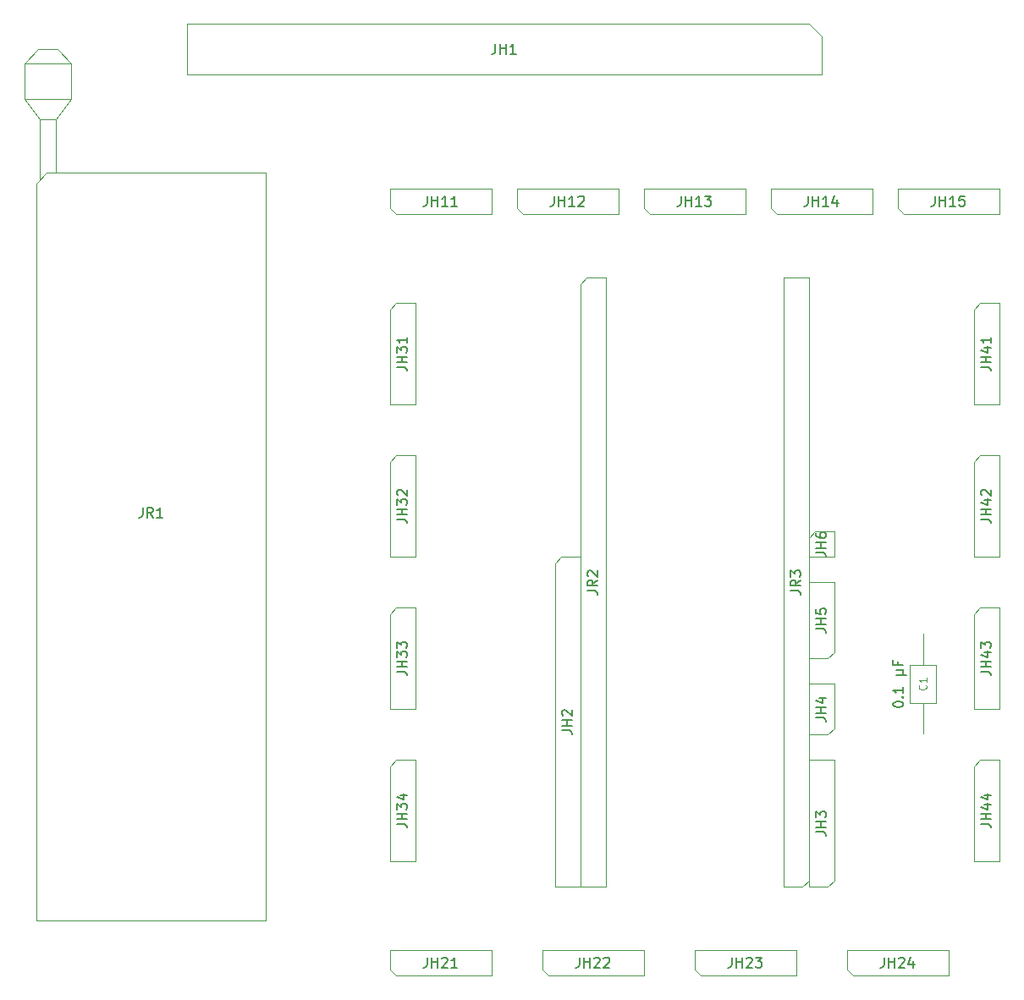
<source format=gbr>
%TF.GenerationSoftware,KiCad,Pcbnew,9.0.3+1*%
%TF.CreationDate,2025-09-17T15:15:53+09:00*%
%TF.ProjectId,romread-adapter,726f6d72-6561-4642-9d61-646170746572,0-0*%
%TF.SameCoordinates,Original*%
%TF.FileFunction,AssemblyDrawing,Top*%
%FSLAX46Y46*%
G04 Gerber Fmt 4.6, Leading zero omitted, Abs format (unit mm)*
G04 Created by KiCad (PCBNEW 9.0.3+1) date 2025-09-17 15:15:53*
%MOMM*%
%LPD*%
G01*
G04 APERTURE LIST*
%ADD10C,0.150000*%
%ADD11C,0.114000*%
%ADD12C,0.100000*%
G04 APERTURE END LIST*
D10*
X196304819Y-86420235D02*
X197019104Y-86420235D01*
X197019104Y-86420235D02*
X197161961Y-86467854D01*
X197161961Y-86467854D02*
X197257200Y-86563092D01*
X197257200Y-86563092D02*
X197304819Y-86705949D01*
X197304819Y-86705949D02*
X197304819Y-86801187D01*
X197304819Y-85944044D02*
X196304819Y-85944044D01*
X196781009Y-85944044D02*
X196781009Y-85372616D01*
X197304819Y-85372616D02*
X196304819Y-85372616D01*
X196638152Y-84467854D02*
X197304819Y-84467854D01*
X196257200Y-84705949D02*
X196971485Y-84944044D01*
X196971485Y-84944044D02*
X196971485Y-84324997D01*
X197304819Y-83420235D02*
X197304819Y-83991663D01*
X197304819Y-83705949D02*
X196304819Y-83705949D01*
X196304819Y-83705949D02*
X196447676Y-83801187D01*
X196447676Y-83801187D02*
X196542914Y-83896425D01*
X196542914Y-83896425D02*
X196590533Y-83991663D01*
X137884819Y-101663333D02*
X138599104Y-101663333D01*
X138599104Y-101663333D02*
X138741961Y-101710952D01*
X138741961Y-101710952D02*
X138837200Y-101806190D01*
X138837200Y-101806190D02*
X138884819Y-101949047D01*
X138884819Y-101949047D02*
X138884819Y-102044285D01*
X138884819Y-101187142D02*
X137884819Y-101187142D01*
X138361009Y-101187142D02*
X138361009Y-100615714D01*
X138884819Y-100615714D02*
X137884819Y-100615714D01*
X137884819Y-100234761D02*
X137884819Y-99615714D01*
X137884819Y-99615714D02*
X138265771Y-99949047D01*
X138265771Y-99949047D02*
X138265771Y-99806190D01*
X138265771Y-99806190D02*
X138313390Y-99710952D01*
X138313390Y-99710952D02*
X138361009Y-99663333D01*
X138361009Y-99663333D02*
X138456247Y-99615714D01*
X138456247Y-99615714D02*
X138694342Y-99615714D01*
X138694342Y-99615714D02*
X138789580Y-99663333D01*
X138789580Y-99663333D02*
X138837200Y-99710952D01*
X138837200Y-99710952D02*
X138884819Y-99806190D01*
X138884819Y-99806190D02*
X138884819Y-100091904D01*
X138884819Y-100091904D02*
X138837200Y-100187142D01*
X138837200Y-100187142D02*
X138789580Y-100234761D01*
X137980057Y-99234761D02*
X137932438Y-99187142D01*
X137932438Y-99187142D02*
X137884819Y-99091904D01*
X137884819Y-99091904D02*
X137884819Y-98853809D01*
X137884819Y-98853809D02*
X137932438Y-98758571D01*
X137932438Y-98758571D02*
X137980057Y-98710952D01*
X137980057Y-98710952D02*
X138075295Y-98663333D01*
X138075295Y-98663333D02*
X138170533Y-98663333D01*
X138170533Y-98663333D02*
X138313390Y-98710952D01*
X138313390Y-98710952D02*
X138884819Y-99282380D01*
X138884819Y-99282380D02*
X138884819Y-98663333D01*
X196304819Y-101660235D02*
X197019104Y-101660235D01*
X197019104Y-101660235D02*
X197161961Y-101707854D01*
X197161961Y-101707854D02*
X197257200Y-101803092D01*
X197257200Y-101803092D02*
X197304819Y-101945949D01*
X197304819Y-101945949D02*
X197304819Y-102041187D01*
X197304819Y-101184044D02*
X196304819Y-101184044D01*
X196781009Y-101184044D02*
X196781009Y-100612616D01*
X197304819Y-100612616D02*
X196304819Y-100612616D01*
X196638152Y-99707854D02*
X197304819Y-99707854D01*
X196257200Y-99945949D02*
X196971485Y-100184044D01*
X196971485Y-100184044D02*
X196971485Y-99564997D01*
X196400057Y-99231663D02*
X196352438Y-99184044D01*
X196352438Y-99184044D02*
X196304819Y-99088806D01*
X196304819Y-99088806D02*
X196304819Y-98850711D01*
X196304819Y-98850711D02*
X196352438Y-98755473D01*
X196352438Y-98755473D02*
X196400057Y-98707854D01*
X196400057Y-98707854D02*
X196495295Y-98660235D01*
X196495295Y-98660235D02*
X196590533Y-98660235D01*
X196590533Y-98660235D02*
X196733390Y-98707854D01*
X196733390Y-98707854D02*
X197304819Y-99279282D01*
X197304819Y-99279282D02*
X197304819Y-98660235D01*
X147732857Y-54064819D02*
X147732857Y-54779104D01*
X147732857Y-54779104D02*
X147685238Y-54921961D01*
X147685238Y-54921961D02*
X147590000Y-55017200D01*
X147590000Y-55017200D02*
X147447143Y-55064819D01*
X147447143Y-55064819D02*
X147351905Y-55064819D01*
X148209048Y-55064819D02*
X148209048Y-54064819D01*
X148209048Y-54541009D02*
X148780476Y-54541009D01*
X148780476Y-55064819D02*
X148780476Y-54064819D01*
X149780476Y-55064819D02*
X149209048Y-55064819D01*
X149494762Y-55064819D02*
X149494762Y-54064819D01*
X149494762Y-54064819D02*
X149399524Y-54207676D01*
X149399524Y-54207676D02*
X149304286Y-54302914D01*
X149304286Y-54302914D02*
X149209048Y-54350533D01*
X177254819Y-108780235D02*
X177969104Y-108780235D01*
X177969104Y-108780235D02*
X178111961Y-108827854D01*
X178111961Y-108827854D02*
X178207200Y-108923092D01*
X178207200Y-108923092D02*
X178254819Y-109065949D01*
X178254819Y-109065949D02*
X178254819Y-109161187D01*
X178254819Y-107732616D02*
X177778628Y-108065949D01*
X178254819Y-108304044D02*
X177254819Y-108304044D01*
X177254819Y-108304044D02*
X177254819Y-107923092D01*
X177254819Y-107923092D02*
X177302438Y-107827854D01*
X177302438Y-107827854D02*
X177350057Y-107780235D01*
X177350057Y-107780235D02*
X177445295Y-107732616D01*
X177445295Y-107732616D02*
X177588152Y-107732616D01*
X177588152Y-107732616D02*
X177683390Y-107780235D01*
X177683390Y-107780235D02*
X177731009Y-107827854D01*
X177731009Y-107827854D02*
X177778628Y-107923092D01*
X177778628Y-107923092D02*
X177778628Y-108304044D01*
X177254819Y-107399282D02*
X177254819Y-106780235D01*
X177254819Y-106780235D02*
X177635771Y-107113568D01*
X177635771Y-107113568D02*
X177635771Y-106970711D01*
X177635771Y-106970711D02*
X177683390Y-106875473D01*
X177683390Y-106875473D02*
X177731009Y-106827854D01*
X177731009Y-106827854D02*
X177826247Y-106780235D01*
X177826247Y-106780235D02*
X178064342Y-106780235D01*
X178064342Y-106780235D02*
X178159580Y-106827854D01*
X178159580Y-106827854D02*
X178207200Y-106875473D01*
X178207200Y-106875473D02*
X178254819Y-106970711D01*
X178254819Y-106970711D02*
X178254819Y-107256425D01*
X178254819Y-107256425D02*
X178207200Y-107351663D01*
X178207200Y-107351663D02*
X178159580Y-107399282D01*
X154394819Y-122777142D02*
X155109104Y-122777142D01*
X155109104Y-122777142D02*
X155251961Y-122824761D01*
X155251961Y-122824761D02*
X155347200Y-122919999D01*
X155347200Y-122919999D02*
X155394819Y-123062856D01*
X155394819Y-123062856D02*
X155394819Y-123158094D01*
X155394819Y-122300951D02*
X154394819Y-122300951D01*
X154871009Y-122300951D02*
X154871009Y-121729523D01*
X155394819Y-121729523D02*
X154394819Y-121729523D01*
X154490057Y-121300951D02*
X154442438Y-121253332D01*
X154442438Y-121253332D02*
X154394819Y-121158094D01*
X154394819Y-121158094D02*
X154394819Y-120919999D01*
X154394819Y-120919999D02*
X154442438Y-120824761D01*
X154442438Y-120824761D02*
X154490057Y-120777142D01*
X154490057Y-120777142D02*
X154585295Y-120729523D01*
X154585295Y-120729523D02*
X154680533Y-120729523D01*
X154680533Y-120729523D02*
X154823390Y-120777142D01*
X154823390Y-120777142D02*
X155394819Y-121348570D01*
X155394819Y-121348570D02*
X155394819Y-120729523D01*
X179006666Y-69304819D02*
X179006666Y-70019104D01*
X179006666Y-70019104D02*
X178959047Y-70161961D01*
X178959047Y-70161961D02*
X178863809Y-70257200D01*
X178863809Y-70257200D02*
X178720952Y-70304819D01*
X178720952Y-70304819D02*
X178625714Y-70304819D01*
X179482857Y-70304819D02*
X179482857Y-69304819D01*
X179482857Y-69781009D02*
X180054285Y-69781009D01*
X180054285Y-70304819D02*
X180054285Y-69304819D01*
X181054285Y-70304819D02*
X180482857Y-70304819D01*
X180768571Y-70304819D02*
X180768571Y-69304819D01*
X180768571Y-69304819D02*
X180673333Y-69447676D01*
X180673333Y-69447676D02*
X180578095Y-69542914D01*
X180578095Y-69542914D02*
X180482857Y-69590533D01*
X181911428Y-69638152D02*
X181911428Y-70304819D01*
X181673333Y-69257200D02*
X181435238Y-69971485D01*
X181435238Y-69971485D02*
X182054285Y-69971485D01*
X112445666Y-100464819D02*
X112445666Y-101179104D01*
X112445666Y-101179104D02*
X112398047Y-101321961D01*
X112398047Y-101321961D02*
X112302809Y-101417200D01*
X112302809Y-101417200D02*
X112159952Y-101464819D01*
X112159952Y-101464819D02*
X112064714Y-101464819D01*
X113493285Y-101464819D02*
X113159952Y-100988628D01*
X112921857Y-101464819D02*
X112921857Y-100464819D01*
X112921857Y-100464819D02*
X113302809Y-100464819D01*
X113302809Y-100464819D02*
X113398047Y-100512438D01*
X113398047Y-100512438D02*
X113445666Y-100560057D01*
X113445666Y-100560057D02*
X113493285Y-100655295D01*
X113493285Y-100655295D02*
X113493285Y-100798152D01*
X113493285Y-100798152D02*
X113445666Y-100893390D01*
X113445666Y-100893390D02*
X113398047Y-100941009D01*
X113398047Y-100941009D02*
X113302809Y-100988628D01*
X113302809Y-100988628D02*
X112921857Y-100988628D01*
X114445666Y-101464819D02*
X113874238Y-101464819D01*
X114159952Y-101464819D02*
X114159952Y-100464819D01*
X114159952Y-100464819D02*
X114064714Y-100607676D01*
X114064714Y-100607676D02*
X113969476Y-100702914D01*
X113969476Y-100702914D02*
X113874238Y-100750533D01*
X179794819Y-104994044D02*
X180509104Y-104994044D01*
X180509104Y-104994044D02*
X180651961Y-105041663D01*
X180651961Y-105041663D02*
X180747200Y-105136901D01*
X180747200Y-105136901D02*
X180794819Y-105279758D01*
X180794819Y-105279758D02*
X180794819Y-105374996D01*
X180794819Y-104517853D02*
X179794819Y-104517853D01*
X180271009Y-104517853D02*
X180271009Y-103946425D01*
X180794819Y-103946425D02*
X179794819Y-103946425D01*
X179794819Y-103041663D02*
X179794819Y-103232139D01*
X179794819Y-103232139D02*
X179842438Y-103327377D01*
X179842438Y-103327377D02*
X179890057Y-103374996D01*
X179890057Y-103374996D02*
X180032914Y-103470234D01*
X180032914Y-103470234D02*
X180223390Y-103517853D01*
X180223390Y-103517853D02*
X180604342Y-103517853D01*
X180604342Y-103517853D02*
X180699580Y-103470234D01*
X180699580Y-103470234D02*
X180747200Y-103422615D01*
X180747200Y-103422615D02*
X180794819Y-103327377D01*
X180794819Y-103327377D02*
X180794819Y-103136901D01*
X180794819Y-103136901D02*
X180747200Y-103041663D01*
X180747200Y-103041663D02*
X180699580Y-102994044D01*
X180699580Y-102994044D02*
X180604342Y-102946425D01*
X180604342Y-102946425D02*
X180366247Y-102946425D01*
X180366247Y-102946425D02*
X180271009Y-102994044D01*
X180271009Y-102994044D02*
X180223390Y-103041663D01*
X180223390Y-103041663D02*
X180175771Y-103136901D01*
X180175771Y-103136901D02*
X180175771Y-103327377D01*
X180175771Y-103327377D02*
X180223390Y-103422615D01*
X180223390Y-103422615D02*
X180271009Y-103470234D01*
X180271009Y-103470234D02*
X180366247Y-103517853D01*
X196304819Y-116900235D02*
X197019104Y-116900235D01*
X197019104Y-116900235D02*
X197161961Y-116947854D01*
X197161961Y-116947854D02*
X197257200Y-117043092D01*
X197257200Y-117043092D02*
X197304819Y-117185949D01*
X197304819Y-117185949D02*
X197304819Y-117281187D01*
X197304819Y-116424044D02*
X196304819Y-116424044D01*
X196781009Y-116424044D02*
X196781009Y-115852616D01*
X197304819Y-115852616D02*
X196304819Y-115852616D01*
X196638152Y-114947854D02*
X197304819Y-114947854D01*
X196257200Y-115185949D02*
X196971485Y-115424044D01*
X196971485Y-115424044D02*
X196971485Y-114804997D01*
X196304819Y-114519282D02*
X196304819Y-113900235D01*
X196304819Y-113900235D02*
X196685771Y-114233568D01*
X196685771Y-114233568D02*
X196685771Y-114090711D01*
X196685771Y-114090711D02*
X196733390Y-113995473D01*
X196733390Y-113995473D02*
X196781009Y-113947854D01*
X196781009Y-113947854D02*
X196876247Y-113900235D01*
X196876247Y-113900235D02*
X197114342Y-113900235D01*
X197114342Y-113900235D02*
X197209580Y-113947854D01*
X197209580Y-113947854D02*
X197257200Y-113995473D01*
X197257200Y-113995473D02*
X197304819Y-114090711D01*
X197304819Y-114090711D02*
X197304819Y-114376425D01*
X197304819Y-114376425D02*
X197257200Y-114471663D01*
X197257200Y-114471663D02*
X197209580Y-114519282D01*
X171386666Y-145504819D02*
X171386666Y-146219104D01*
X171386666Y-146219104D02*
X171339047Y-146361961D01*
X171339047Y-146361961D02*
X171243809Y-146457200D01*
X171243809Y-146457200D02*
X171100952Y-146504819D01*
X171100952Y-146504819D02*
X171005714Y-146504819D01*
X171862857Y-146504819D02*
X171862857Y-145504819D01*
X171862857Y-145981009D02*
X172434285Y-145981009D01*
X172434285Y-146504819D02*
X172434285Y-145504819D01*
X172862857Y-145600057D02*
X172910476Y-145552438D01*
X172910476Y-145552438D02*
X173005714Y-145504819D01*
X173005714Y-145504819D02*
X173243809Y-145504819D01*
X173243809Y-145504819D02*
X173339047Y-145552438D01*
X173339047Y-145552438D02*
X173386666Y-145600057D01*
X173386666Y-145600057D02*
X173434285Y-145695295D01*
X173434285Y-145695295D02*
X173434285Y-145790533D01*
X173434285Y-145790533D02*
X173386666Y-145933390D01*
X173386666Y-145933390D02*
X172815238Y-146504819D01*
X172815238Y-146504819D02*
X173434285Y-146504819D01*
X173767619Y-145504819D02*
X174386666Y-145504819D01*
X174386666Y-145504819D02*
X174053333Y-145885771D01*
X174053333Y-145885771D02*
X174196190Y-145885771D01*
X174196190Y-145885771D02*
X174291428Y-145933390D01*
X174291428Y-145933390D02*
X174339047Y-145981009D01*
X174339047Y-145981009D02*
X174386666Y-146076247D01*
X174386666Y-146076247D02*
X174386666Y-146314342D01*
X174386666Y-146314342D02*
X174339047Y-146409580D01*
X174339047Y-146409580D02*
X174291428Y-146457200D01*
X174291428Y-146457200D02*
X174196190Y-146504819D01*
X174196190Y-146504819D02*
X173910476Y-146504819D01*
X173910476Y-146504819D02*
X173815238Y-146457200D01*
X173815238Y-146457200D02*
X173767619Y-146409580D01*
X156146666Y-145504819D02*
X156146666Y-146219104D01*
X156146666Y-146219104D02*
X156099047Y-146361961D01*
X156099047Y-146361961D02*
X156003809Y-146457200D01*
X156003809Y-146457200D02*
X155860952Y-146504819D01*
X155860952Y-146504819D02*
X155765714Y-146504819D01*
X156622857Y-146504819D02*
X156622857Y-145504819D01*
X156622857Y-145981009D02*
X157194285Y-145981009D01*
X157194285Y-146504819D02*
X157194285Y-145504819D01*
X157622857Y-145600057D02*
X157670476Y-145552438D01*
X157670476Y-145552438D02*
X157765714Y-145504819D01*
X157765714Y-145504819D02*
X158003809Y-145504819D01*
X158003809Y-145504819D02*
X158099047Y-145552438D01*
X158099047Y-145552438D02*
X158146666Y-145600057D01*
X158146666Y-145600057D02*
X158194285Y-145695295D01*
X158194285Y-145695295D02*
X158194285Y-145790533D01*
X158194285Y-145790533D02*
X158146666Y-145933390D01*
X158146666Y-145933390D02*
X157575238Y-146504819D01*
X157575238Y-146504819D02*
X158194285Y-146504819D01*
X158575238Y-145600057D02*
X158622857Y-145552438D01*
X158622857Y-145552438D02*
X158718095Y-145504819D01*
X158718095Y-145504819D02*
X158956190Y-145504819D01*
X158956190Y-145504819D02*
X159051428Y-145552438D01*
X159051428Y-145552438D02*
X159099047Y-145600057D01*
X159099047Y-145600057D02*
X159146666Y-145695295D01*
X159146666Y-145695295D02*
X159146666Y-145790533D01*
X159146666Y-145790533D02*
X159099047Y-145933390D01*
X159099047Y-145933390D02*
X158527619Y-146504819D01*
X158527619Y-146504819D02*
X159146666Y-146504819D01*
X186626666Y-145504819D02*
X186626666Y-146219104D01*
X186626666Y-146219104D02*
X186579047Y-146361961D01*
X186579047Y-146361961D02*
X186483809Y-146457200D01*
X186483809Y-146457200D02*
X186340952Y-146504819D01*
X186340952Y-146504819D02*
X186245714Y-146504819D01*
X187102857Y-146504819D02*
X187102857Y-145504819D01*
X187102857Y-145981009D02*
X187674285Y-145981009D01*
X187674285Y-146504819D02*
X187674285Y-145504819D01*
X188102857Y-145600057D02*
X188150476Y-145552438D01*
X188150476Y-145552438D02*
X188245714Y-145504819D01*
X188245714Y-145504819D02*
X188483809Y-145504819D01*
X188483809Y-145504819D02*
X188579047Y-145552438D01*
X188579047Y-145552438D02*
X188626666Y-145600057D01*
X188626666Y-145600057D02*
X188674285Y-145695295D01*
X188674285Y-145695295D02*
X188674285Y-145790533D01*
X188674285Y-145790533D02*
X188626666Y-145933390D01*
X188626666Y-145933390D02*
X188055238Y-146504819D01*
X188055238Y-146504819D02*
X188674285Y-146504819D01*
X189531428Y-145838152D02*
X189531428Y-146504819D01*
X189293333Y-145457200D02*
X189055238Y-146171485D01*
X189055238Y-146171485D02*
X189674285Y-146171485D01*
X137884819Y-86423333D02*
X138599104Y-86423333D01*
X138599104Y-86423333D02*
X138741961Y-86470952D01*
X138741961Y-86470952D02*
X138837200Y-86566190D01*
X138837200Y-86566190D02*
X138884819Y-86709047D01*
X138884819Y-86709047D02*
X138884819Y-86804285D01*
X138884819Y-85947142D02*
X137884819Y-85947142D01*
X138361009Y-85947142D02*
X138361009Y-85375714D01*
X138884819Y-85375714D02*
X137884819Y-85375714D01*
X137884819Y-84994761D02*
X137884819Y-84375714D01*
X137884819Y-84375714D02*
X138265771Y-84709047D01*
X138265771Y-84709047D02*
X138265771Y-84566190D01*
X138265771Y-84566190D02*
X138313390Y-84470952D01*
X138313390Y-84470952D02*
X138361009Y-84423333D01*
X138361009Y-84423333D02*
X138456247Y-84375714D01*
X138456247Y-84375714D02*
X138694342Y-84375714D01*
X138694342Y-84375714D02*
X138789580Y-84423333D01*
X138789580Y-84423333D02*
X138837200Y-84470952D01*
X138837200Y-84470952D02*
X138884819Y-84566190D01*
X138884819Y-84566190D02*
X138884819Y-84851904D01*
X138884819Y-84851904D02*
X138837200Y-84947142D01*
X138837200Y-84947142D02*
X138789580Y-84994761D01*
X138884819Y-83423333D02*
X138884819Y-83994761D01*
X138884819Y-83709047D02*
X137884819Y-83709047D01*
X137884819Y-83709047D02*
X138027676Y-83804285D01*
X138027676Y-83804285D02*
X138122914Y-83899523D01*
X138122914Y-83899523D02*
X138170533Y-83994761D01*
X137884819Y-132143333D02*
X138599104Y-132143333D01*
X138599104Y-132143333D02*
X138741961Y-132190952D01*
X138741961Y-132190952D02*
X138837200Y-132286190D01*
X138837200Y-132286190D02*
X138884819Y-132429047D01*
X138884819Y-132429047D02*
X138884819Y-132524285D01*
X138884819Y-131667142D02*
X137884819Y-131667142D01*
X138361009Y-131667142D02*
X138361009Y-131095714D01*
X138884819Y-131095714D02*
X137884819Y-131095714D01*
X137884819Y-130714761D02*
X137884819Y-130095714D01*
X137884819Y-130095714D02*
X138265771Y-130429047D01*
X138265771Y-130429047D02*
X138265771Y-130286190D01*
X138265771Y-130286190D02*
X138313390Y-130190952D01*
X138313390Y-130190952D02*
X138361009Y-130143333D01*
X138361009Y-130143333D02*
X138456247Y-130095714D01*
X138456247Y-130095714D02*
X138694342Y-130095714D01*
X138694342Y-130095714D02*
X138789580Y-130143333D01*
X138789580Y-130143333D02*
X138837200Y-130190952D01*
X138837200Y-130190952D02*
X138884819Y-130286190D01*
X138884819Y-130286190D02*
X138884819Y-130571904D01*
X138884819Y-130571904D02*
X138837200Y-130667142D01*
X138837200Y-130667142D02*
X138789580Y-130714761D01*
X138218152Y-129238571D02*
X138884819Y-129238571D01*
X137837200Y-129476666D02*
X138551485Y-129714761D01*
X138551485Y-129714761D02*
X138551485Y-129095714D01*
X179794819Y-112614044D02*
X180509104Y-112614044D01*
X180509104Y-112614044D02*
X180651961Y-112661663D01*
X180651961Y-112661663D02*
X180747200Y-112756901D01*
X180747200Y-112756901D02*
X180794819Y-112899758D01*
X180794819Y-112899758D02*
X180794819Y-112994996D01*
X180794819Y-112137853D02*
X179794819Y-112137853D01*
X180271009Y-112137853D02*
X180271009Y-111566425D01*
X180794819Y-111566425D02*
X179794819Y-111566425D01*
X179794819Y-110614044D02*
X179794819Y-111090234D01*
X179794819Y-111090234D02*
X180271009Y-111137853D01*
X180271009Y-111137853D02*
X180223390Y-111090234D01*
X180223390Y-111090234D02*
X180175771Y-110994996D01*
X180175771Y-110994996D02*
X180175771Y-110756901D01*
X180175771Y-110756901D02*
X180223390Y-110661663D01*
X180223390Y-110661663D02*
X180271009Y-110614044D01*
X180271009Y-110614044D02*
X180366247Y-110566425D01*
X180366247Y-110566425D02*
X180604342Y-110566425D01*
X180604342Y-110566425D02*
X180699580Y-110614044D01*
X180699580Y-110614044D02*
X180747200Y-110661663D01*
X180747200Y-110661663D02*
X180794819Y-110756901D01*
X180794819Y-110756901D02*
X180794819Y-110994996D01*
X180794819Y-110994996D02*
X180747200Y-111090234D01*
X180747200Y-111090234D02*
X180699580Y-111137853D01*
X140906666Y-69304819D02*
X140906666Y-70019104D01*
X140906666Y-70019104D02*
X140859047Y-70161961D01*
X140859047Y-70161961D02*
X140763809Y-70257200D01*
X140763809Y-70257200D02*
X140620952Y-70304819D01*
X140620952Y-70304819D02*
X140525714Y-70304819D01*
X141382857Y-70304819D02*
X141382857Y-69304819D01*
X141382857Y-69781009D02*
X141954285Y-69781009D01*
X141954285Y-70304819D02*
X141954285Y-69304819D01*
X142954285Y-70304819D02*
X142382857Y-70304819D01*
X142668571Y-70304819D02*
X142668571Y-69304819D01*
X142668571Y-69304819D02*
X142573333Y-69447676D01*
X142573333Y-69447676D02*
X142478095Y-69542914D01*
X142478095Y-69542914D02*
X142382857Y-69590533D01*
X143906666Y-70304819D02*
X143335238Y-70304819D01*
X143620952Y-70304819D02*
X143620952Y-69304819D01*
X143620952Y-69304819D02*
X143525714Y-69447676D01*
X143525714Y-69447676D02*
X143430476Y-69542914D01*
X143430476Y-69542914D02*
X143335238Y-69590533D01*
X166306666Y-69304819D02*
X166306666Y-70019104D01*
X166306666Y-70019104D02*
X166259047Y-70161961D01*
X166259047Y-70161961D02*
X166163809Y-70257200D01*
X166163809Y-70257200D02*
X166020952Y-70304819D01*
X166020952Y-70304819D02*
X165925714Y-70304819D01*
X166782857Y-70304819D02*
X166782857Y-69304819D01*
X166782857Y-69781009D02*
X167354285Y-69781009D01*
X167354285Y-70304819D02*
X167354285Y-69304819D01*
X168354285Y-70304819D02*
X167782857Y-70304819D01*
X168068571Y-70304819D02*
X168068571Y-69304819D01*
X168068571Y-69304819D02*
X167973333Y-69447676D01*
X167973333Y-69447676D02*
X167878095Y-69542914D01*
X167878095Y-69542914D02*
X167782857Y-69590533D01*
X168687619Y-69304819D02*
X169306666Y-69304819D01*
X169306666Y-69304819D02*
X168973333Y-69685771D01*
X168973333Y-69685771D02*
X169116190Y-69685771D01*
X169116190Y-69685771D02*
X169211428Y-69733390D01*
X169211428Y-69733390D02*
X169259047Y-69781009D01*
X169259047Y-69781009D02*
X169306666Y-69876247D01*
X169306666Y-69876247D02*
X169306666Y-70114342D01*
X169306666Y-70114342D02*
X169259047Y-70209580D01*
X169259047Y-70209580D02*
X169211428Y-70257200D01*
X169211428Y-70257200D02*
X169116190Y-70304819D01*
X169116190Y-70304819D02*
X168830476Y-70304819D01*
X168830476Y-70304819D02*
X168735238Y-70257200D01*
X168735238Y-70257200D02*
X168687619Y-70209580D01*
X187534819Y-120205237D02*
X187534819Y-120109999D01*
X187534819Y-120109999D02*
X187582438Y-120014761D01*
X187582438Y-120014761D02*
X187630057Y-119967142D01*
X187630057Y-119967142D02*
X187725295Y-119919523D01*
X187725295Y-119919523D02*
X187915771Y-119871904D01*
X187915771Y-119871904D02*
X188153866Y-119871904D01*
X188153866Y-119871904D02*
X188344342Y-119919523D01*
X188344342Y-119919523D02*
X188439580Y-119967142D01*
X188439580Y-119967142D02*
X188487200Y-120014761D01*
X188487200Y-120014761D02*
X188534819Y-120109999D01*
X188534819Y-120109999D02*
X188534819Y-120205237D01*
X188534819Y-120205237D02*
X188487200Y-120300475D01*
X188487200Y-120300475D02*
X188439580Y-120348094D01*
X188439580Y-120348094D02*
X188344342Y-120395713D01*
X188344342Y-120395713D02*
X188153866Y-120443332D01*
X188153866Y-120443332D02*
X187915771Y-120443332D01*
X187915771Y-120443332D02*
X187725295Y-120395713D01*
X187725295Y-120395713D02*
X187630057Y-120348094D01*
X187630057Y-120348094D02*
X187582438Y-120300475D01*
X187582438Y-120300475D02*
X187534819Y-120205237D01*
X188439580Y-119443332D02*
X188487200Y-119395713D01*
X188487200Y-119395713D02*
X188534819Y-119443332D01*
X188534819Y-119443332D02*
X188487200Y-119490951D01*
X188487200Y-119490951D02*
X188439580Y-119443332D01*
X188439580Y-119443332D02*
X188534819Y-119443332D01*
X188534819Y-118443333D02*
X188534819Y-119014761D01*
X188534819Y-118729047D02*
X187534819Y-118729047D01*
X187534819Y-118729047D02*
X187677676Y-118824285D01*
X187677676Y-118824285D02*
X187772914Y-118919523D01*
X187772914Y-118919523D02*
X187820533Y-119014761D01*
X187868152Y-117252856D02*
X188868152Y-117252856D01*
X188391961Y-116776666D02*
X188487200Y-116729047D01*
X188487200Y-116729047D02*
X188534819Y-116633809D01*
X188391961Y-117252856D02*
X188487200Y-117205237D01*
X188487200Y-117205237D02*
X188534819Y-117109999D01*
X188534819Y-117109999D02*
X188534819Y-116919523D01*
X188534819Y-116919523D02*
X188487200Y-116824285D01*
X188487200Y-116824285D02*
X188391961Y-116776666D01*
X188391961Y-116776666D02*
X187868152Y-116776666D01*
X188011009Y-115871904D02*
X188011009Y-116205237D01*
X188534819Y-116205237D02*
X187534819Y-116205237D01*
X187534819Y-116205237D02*
X187534819Y-115729047D01*
D11*
X190773281Y-118236666D02*
X190809472Y-118272857D01*
X190809472Y-118272857D02*
X190845662Y-118381428D01*
X190845662Y-118381428D02*
X190845662Y-118453809D01*
X190845662Y-118453809D02*
X190809472Y-118562381D01*
X190809472Y-118562381D02*
X190737091Y-118634762D01*
X190737091Y-118634762D02*
X190664710Y-118670952D01*
X190664710Y-118670952D02*
X190519948Y-118707143D01*
X190519948Y-118707143D02*
X190411376Y-118707143D01*
X190411376Y-118707143D02*
X190266614Y-118670952D01*
X190266614Y-118670952D02*
X190194233Y-118634762D01*
X190194233Y-118634762D02*
X190121852Y-118562381D01*
X190121852Y-118562381D02*
X190085662Y-118453809D01*
X190085662Y-118453809D02*
X190085662Y-118381428D01*
X190085662Y-118381428D02*
X190121852Y-118272857D01*
X190121852Y-118272857D02*
X190158043Y-118236666D01*
X190845662Y-117512857D02*
X190845662Y-117947143D01*
X190845662Y-117730000D02*
X190085662Y-117730000D01*
X190085662Y-117730000D02*
X190194233Y-117802381D01*
X190194233Y-117802381D02*
X190266614Y-117874762D01*
X190266614Y-117874762D02*
X190302805Y-117947143D01*
D10*
X179794819Y-121504044D02*
X180509104Y-121504044D01*
X180509104Y-121504044D02*
X180651961Y-121551663D01*
X180651961Y-121551663D02*
X180747200Y-121646901D01*
X180747200Y-121646901D02*
X180794819Y-121789758D01*
X180794819Y-121789758D02*
X180794819Y-121884996D01*
X180794819Y-121027853D02*
X179794819Y-121027853D01*
X180271009Y-121027853D02*
X180271009Y-120456425D01*
X180794819Y-120456425D02*
X179794819Y-120456425D01*
X180128152Y-119551663D02*
X180794819Y-119551663D01*
X179747200Y-119789758D02*
X180461485Y-120027853D01*
X180461485Y-120027853D02*
X180461485Y-119408806D01*
X140906666Y-145504819D02*
X140906666Y-146219104D01*
X140906666Y-146219104D02*
X140859047Y-146361961D01*
X140859047Y-146361961D02*
X140763809Y-146457200D01*
X140763809Y-146457200D02*
X140620952Y-146504819D01*
X140620952Y-146504819D02*
X140525714Y-146504819D01*
X141382857Y-146504819D02*
X141382857Y-145504819D01*
X141382857Y-145981009D02*
X141954285Y-145981009D01*
X141954285Y-146504819D02*
X141954285Y-145504819D01*
X142382857Y-145600057D02*
X142430476Y-145552438D01*
X142430476Y-145552438D02*
X142525714Y-145504819D01*
X142525714Y-145504819D02*
X142763809Y-145504819D01*
X142763809Y-145504819D02*
X142859047Y-145552438D01*
X142859047Y-145552438D02*
X142906666Y-145600057D01*
X142906666Y-145600057D02*
X142954285Y-145695295D01*
X142954285Y-145695295D02*
X142954285Y-145790533D01*
X142954285Y-145790533D02*
X142906666Y-145933390D01*
X142906666Y-145933390D02*
X142335238Y-146504819D01*
X142335238Y-146504819D02*
X142954285Y-146504819D01*
X143906666Y-146504819D02*
X143335238Y-146504819D01*
X143620952Y-146504819D02*
X143620952Y-145504819D01*
X143620952Y-145504819D02*
X143525714Y-145647676D01*
X143525714Y-145647676D02*
X143430476Y-145742914D01*
X143430476Y-145742914D02*
X143335238Y-145790533D01*
X137884819Y-116903333D02*
X138599104Y-116903333D01*
X138599104Y-116903333D02*
X138741961Y-116950952D01*
X138741961Y-116950952D02*
X138837200Y-117046190D01*
X138837200Y-117046190D02*
X138884819Y-117189047D01*
X138884819Y-117189047D02*
X138884819Y-117284285D01*
X138884819Y-116427142D02*
X137884819Y-116427142D01*
X138361009Y-116427142D02*
X138361009Y-115855714D01*
X138884819Y-115855714D02*
X137884819Y-115855714D01*
X137884819Y-115474761D02*
X137884819Y-114855714D01*
X137884819Y-114855714D02*
X138265771Y-115189047D01*
X138265771Y-115189047D02*
X138265771Y-115046190D01*
X138265771Y-115046190D02*
X138313390Y-114950952D01*
X138313390Y-114950952D02*
X138361009Y-114903333D01*
X138361009Y-114903333D02*
X138456247Y-114855714D01*
X138456247Y-114855714D02*
X138694342Y-114855714D01*
X138694342Y-114855714D02*
X138789580Y-114903333D01*
X138789580Y-114903333D02*
X138837200Y-114950952D01*
X138837200Y-114950952D02*
X138884819Y-115046190D01*
X138884819Y-115046190D02*
X138884819Y-115331904D01*
X138884819Y-115331904D02*
X138837200Y-115427142D01*
X138837200Y-115427142D02*
X138789580Y-115474761D01*
X137884819Y-114522380D02*
X137884819Y-113903333D01*
X137884819Y-113903333D02*
X138265771Y-114236666D01*
X138265771Y-114236666D02*
X138265771Y-114093809D01*
X138265771Y-114093809D02*
X138313390Y-113998571D01*
X138313390Y-113998571D02*
X138361009Y-113950952D01*
X138361009Y-113950952D02*
X138456247Y-113903333D01*
X138456247Y-113903333D02*
X138694342Y-113903333D01*
X138694342Y-113903333D02*
X138789580Y-113950952D01*
X138789580Y-113950952D02*
X138837200Y-113998571D01*
X138837200Y-113998571D02*
X138884819Y-114093809D01*
X138884819Y-114093809D02*
X138884819Y-114379523D01*
X138884819Y-114379523D02*
X138837200Y-114474761D01*
X138837200Y-114474761D02*
X138789580Y-114522380D01*
X191706666Y-69304819D02*
X191706666Y-70019104D01*
X191706666Y-70019104D02*
X191659047Y-70161961D01*
X191659047Y-70161961D02*
X191563809Y-70257200D01*
X191563809Y-70257200D02*
X191420952Y-70304819D01*
X191420952Y-70304819D02*
X191325714Y-70304819D01*
X192182857Y-70304819D02*
X192182857Y-69304819D01*
X192182857Y-69781009D02*
X192754285Y-69781009D01*
X192754285Y-70304819D02*
X192754285Y-69304819D01*
X193754285Y-70304819D02*
X193182857Y-70304819D01*
X193468571Y-70304819D02*
X193468571Y-69304819D01*
X193468571Y-69304819D02*
X193373333Y-69447676D01*
X193373333Y-69447676D02*
X193278095Y-69542914D01*
X193278095Y-69542914D02*
X193182857Y-69590533D01*
X194659047Y-69304819D02*
X194182857Y-69304819D01*
X194182857Y-69304819D02*
X194135238Y-69781009D01*
X194135238Y-69781009D02*
X194182857Y-69733390D01*
X194182857Y-69733390D02*
X194278095Y-69685771D01*
X194278095Y-69685771D02*
X194516190Y-69685771D01*
X194516190Y-69685771D02*
X194611428Y-69733390D01*
X194611428Y-69733390D02*
X194659047Y-69781009D01*
X194659047Y-69781009D02*
X194706666Y-69876247D01*
X194706666Y-69876247D02*
X194706666Y-70114342D01*
X194706666Y-70114342D02*
X194659047Y-70209580D01*
X194659047Y-70209580D02*
X194611428Y-70257200D01*
X194611428Y-70257200D02*
X194516190Y-70304819D01*
X194516190Y-70304819D02*
X194278095Y-70304819D01*
X194278095Y-70304819D02*
X194182857Y-70257200D01*
X194182857Y-70257200D02*
X194135238Y-70209580D01*
X179794819Y-132934044D02*
X180509104Y-132934044D01*
X180509104Y-132934044D02*
X180651961Y-132981663D01*
X180651961Y-132981663D02*
X180747200Y-133076901D01*
X180747200Y-133076901D02*
X180794819Y-133219758D01*
X180794819Y-133219758D02*
X180794819Y-133314996D01*
X180794819Y-132457853D02*
X179794819Y-132457853D01*
X180271009Y-132457853D02*
X180271009Y-131886425D01*
X180794819Y-131886425D02*
X179794819Y-131886425D01*
X179794819Y-131505472D02*
X179794819Y-130886425D01*
X179794819Y-130886425D02*
X180175771Y-131219758D01*
X180175771Y-131219758D02*
X180175771Y-131076901D01*
X180175771Y-131076901D02*
X180223390Y-130981663D01*
X180223390Y-130981663D02*
X180271009Y-130934044D01*
X180271009Y-130934044D02*
X180366247Y-130886425D01*
X180366247Y-130886425D02*
X180604342Y-130886425D01*
X180604342Y-130886425D02*
X180699580Y-130934044D01*
X180699580Y-130934044D02*
X180747200Y-130981663D01*
X180747200Y-130981663D02*
X180794819Y-131076901D01*
X180794819Y-131076901D02*
X180794819Y-131362615D01*
X180794819Y-131362615D02*
X180747200Y-131457853D01*
X180747200Y-131457853D02*
X180699580Y-131505472D01*
X196304819Y-132140235D02*
X197019104Y-132140235D01*
X197019104Y-132140235D02*
X197161961Y-132187854D01*
X197161961Y-132187854D02*
X197257200Y-132283092D01*
X197257200Y-132283092D02*
X197304819Y-132425949D01*
X197304819Y-132425949D02*
X197304819Y-132521187D01*
X197304819Y-131664044D02*
X196304819Y-131664044D01*
X196781009Y-131664044D02*
X196781009Y-131092616D01*
X197304819Y-131092616D02*
X196304819Y-131092616D01*
X196638152Y-130187854D02*
X197304819Y-130187854D01*
X196257200Y-130425949D02*
X196971485Y-130664044D01*
X196971485Y-130664044D02*
X196971485Y-130044997D01*
X196638152Y-129235473D02*
X197304819Y-129235473D01*
X196257200Y-129473568D02*
X196971485Y-129711663D01*
X196971485Y-129711663D02*
X196971485Y-129092616D01*
X156934819Y-108783333D02*
X157649104Y-108783333D01*
X157649104Y-108783333D02*
X157791961Y-108830952D01*
X157791961Y-108830952D02*
X157887200Y-108926190D01*
X157887200Y-108926190D02*
X157934819Y-109069047D01*
X157934819Y-109069047D02*
X157934819Y-109164285D01*
X157934819Y-107735714D02*
X157458628Y-108069047D01*
X157934819Y-108307142D02*
X156934819Y-108307142D01*
X156934819Y-108307142D02*
X156934819Y-107926190D01*
X156934819Y-107926190D02*
X156982438Y-107830952D01*
X156982438Y-107830952D02*
X157030057Y-107783333D01*
X157030057Y-107783333D02*
X157125295Y-107735714D01*
X157125295Y-107735714D02*
X157268152Y-107735714D01*
X157268152Y-107735714D02*
X157363390Y-107783333D01*
X157363390Y-107783333D02*
X157411009Y-107830952D01*
X157411009Y-107830952D02*
X157458628Y-107926190D01*
X157458628Y-107926190D02*
X157458628Y-108307142D01*
X157030057Y-107354761D02*
X156982438Y-107307142D01*
X156982438Y-107307142D02*
X156934819Y-107211904D01*
X156934819Y-107211904D02*
X156934819Y-106973809D01*
X156934819Y-106973809D02*
X156982438Y-106878571D01*
X156982438Y-106878571D02*
X157030057Y-106830952D01*
X157030057Y-106830952D02*
X157125295Y-106783333D01*
X157125295Y-106783333D02*
X157220533Y-106783333D01*
X157220533Y-106783333D02*
X157363390Y-106830952D01*
X157363390Y-106830952D02*
X157934819Y-107402380D01*
X157934819Y-107402380D02*
X157934819Y-106783333D01*
X153606666Y-69304819D02*
X153606666Y-70019104D01*
X153606666Y-70019104D02*
X153559047Y-70161961D01*
X153559047Y-70161961D02*
X153463809Y-70257200D01*
X153463809Y-70257200D02*
X153320952Y-70304819D01*
X153320952Y-70304819D02*
X153225714Y-70304819D01*
X154082857Y-70304819D02*
X154082857Y-69304819D01*
X154082857Y-69781009D02*
X154654285Y-69781009D01*
X154654285Y-70304819D02*
X154654285Y-69304819D01*
X155654285Y-70304819D02*
X155082857Y-70304819D01*
X155368571Y-70304819D02*
X155368571Y-69304819D01*
X155368571Y-69304819D02*
X155273333Y-69447676D01*
X155273333Y-69447676D02*
X155178095Y-69542914D01*
X155178095Y-69542914D02*
X155082857Y-69590533D01*
X156035238Y-69400057D02*
X156082857Y-69352438D01*
X156082857Y-69352438D02*
X156178095Y-69304819D01*
X156178095Y-69304819D02*
X156416190Y-69304819D01*
X156416190Y-69304819D02*
X156511428Y-69352438D01*
X156511428Y-69352438D02*
X156559047Y-69400057D01*
X156559047Y-69400057D02*
X156606666Y-69495295D01*
X156606666Y-69495295D02*
X156606666Y-69590533D01*
X156606666Y-69590533D02*
X156559047Y-69733390D01*
X156559047Y-69733390D02*
X155987619Y-70304819D01*
X155987619Y-70304819D02*
X156606666Y-70304819D01*
D12*
%TO.C,JH41*%
X195580000Y-80641902D02*
X196215000Y-80006902D01*
X195580000Y-90166902D02*
X195580000Y-80641902D01*
X196215000Y-80006902D02*
X198120000Y-80006902D01*
X198120000Y-80006902D02*
X198120000Y-90166902D01*
X198120000Y-90166902D02*
X195580000Y-90166902D01*
%TO.C,JH32*%
X137160000Y-95885000D02*
X137795000Y-95250000D01*
X137160000Y-105410000D02*
X137160000Y-95885000D01*
X137795000Y-95250000D02*
X139700000Y-95250000D01*
X139700000Y-95250000D02*
X139700000Y-105410000D01*
X139700000Y-105410000D02*
X137160000Y-105410000D01*
%TO.C,JH42*%
X195580000Y-95881902D02*
X196215000Y-95246902D01*
X195580000Y-105406902D02*
X195580000Y-95881902D01*
X196215000Y-95246902D02*
X198120000Y-95246902D01*
X198120000Y-95246902D02*
X198120000Y-105406902D01*
X198120000Y-105406902D02*
X195580000Y-105406902D01*
%TO.C,JH1*%
X116840000Y-52070000D02*
X179070000Y-52070000D01*
X116840000Y-57150000D02*
X116840000Y-52070000D01*
X179070000Y-52070000D02*
X180340000Y-53340000D01*
X180340000Y-53340000D02*
X180340000Y-57150000D01*
X180340000Y-57150000D02*
X116840000Y-57150000D01*
%TO.C,JR3*%
X176530000Y-77466902D02*
X179070000Y-77466902D01*
X176530000Y-138426902D02*
X176530000Y-77466902D01*
X178435000Y-138426902D02*
X176530000Y-138426902D01*
X179070000Y-77466902D02*
X179070000Y-137791902D01*
X179070000Y-137791902D02*
X178435000Y-138426902D01*
%TO.C,JH2*%
X153670000Y-106045000D02*
X154305000Y-105410000D01*
X153670000Y-138430000D02*
X153670000Y-106045000D01*
X154305000Y-105410000D02*
X156210000Y-105410000D01*
X156210000Y-105410000D02*
X156210000Y-138430000D01*
X156210000Y-138430000D02*
X153670000Y-138430000D01*
%TO.C,JH14*%
X175260000Y-68580000D02*
X185420000Y-68580000D01*
X175260000Y-70485000D02*
X175260000Y-68580000D01*
X175895000Y-71120000D02*
X175260000Y-70485000D01*
X185420000Y-68580000D02*
X185420000Y-71120000D01*
X185420000Y-71120000D02*
X175895000Y-71120000D01*
%TO.C,JR1*%
X100659000Y-56010000D02*
X100659000Y-59610000D01*
X100659000Y-56010000D02*
X101959000Y-54610000D01*
X100659000Y-59610000D02*
X102159000Y-61610000D01*
X100659000Y-59610000D02*
X105259000Y-59610000D01*
X101829000Y-68070000D02*
X101829000Y-141810000D01*
X101829000Y-68070000D02*
X102809000Y-66910000D01*
X101959000Y-54610000D02*
X103959000Y-54610000D01*
X102159000Y-61610000D02*
X103759000Y-61610000D01*
X102159000Y-67720000D02*
X102159000Y-61610000D01*
X102809000Y-66910000D02*
X124729000Y-66910000D01*
X103759000Y-61610000D02*
X103759000Y-66910000D01*
X103959000Y-54610000D02*
X105259000Y-56010000D01*
X105259000Y-56010000D02*
X100659000Y-56010000D01*
X105259000Y-59610000D02*
X103759000Y-61610000D01*
X105259000Y-59610000D02*
X105259000Y-56010000D01*
X124729000Y-66910000D02*
X124729000Y-141810000D01*
X124729000Y-141810000D02*
X101829000Y-141810000D01*
%TO.C,JH6*%
X179070000Y-103501902D02*
X179705000Y-102866902D01*
X179070000Y-105406902D02*
X179070000Y-103501902D01*
X179705000Y-102866902D02*
X181610000Y-102866902D01*
X181610000Y-102866902D02*
X181610000Y-105406902D01*
X181610000Y-105406902D02*
X179070000Y-105406902D01*
%TO.C,JH43*%
X195580000Y-111121902D02*
X196215000Y-110486902D01*
X195580000Y-120646902D02*
X195580000Y-111121902D01*
X196215000Y-110486902D02*
X198120000Y-110486902D01*
X198120000Y-110486902D02*
X198120000Y-120646902D01*
X198120000Y-120646902D02*
X195580000Y-120646902D01*
%TO.C,JH23*%
X167640000Y-144780000D02*
X177800000Y-144780000D01*
X167640000Y-146685000D02*
X167640000Y-144780000D01*
X168275000Y-147320000D02*
X167640000Y-146685000D01*
X177800000Y-144780000D02*
X177800000Y-147320000D01*
X177800000Y-147320000D02*
X168275000Y-147320000D01*
%TO.C,JH22*%
X152400000Y-144780000D02*
X162560000Y-144780000D01*
X152400000Y-146685000D02*
X152400000Y-144780000D01*
X153035000Y-147320000D02*
X152400000Y-146685000D01*
X162560000Y-144780000D02*
X162560000Y-147320000D01*
X162560000Y-147320000D02*
X153035000Y-147320000D01*
%TO.C,JH24*%
X182880000Y-144780000D02*
X193040000Y-144780000D01*
X182880000Y-146685000D02*
X182880000Y-144780000D01*
X183515000Y-147320000D02*
X182880000Y-146685000D01*
X193040000Y-144780000D02*
X193040000Y-147320000D01*
X193040000Y-147320000D02*
X183515000Y-147320000D01*
%TO.C,JH31*%
X137160000Y-80645000D02*
X137795000Y-80010000D01*
X137160000Y-90170000D02*
X137160000Y-80645000D01*
X137795000Y-80010000D02*
X139700000Y-80010000D01*
X139700000Y-80010000D02*
X139700000Y-90170000D01*
X139700000Y-90170000D02*
X137160000Y-90170000D01*
%TO.C,JH34*%
X137160000Y-126365000D02*
X137795000Y-125730000D01*
X137160000Y-135890000D02*
X137160000Y-126365000D01*
X137795000Y-125730000D02*
X139700000Y-125730000D01*
X139700000Y-125730000D02*
X139700000Y-135890000D01*
X139700000Y-135890000D02*
X137160000Y-135890000D01*
%TO.C,JH5*%
X179070000Y-107946902D02*
X181610000Y-107946902D01*
X179070000Y-115566902D02*
X179070000Y-107946902D01*
X180975000Y-115566902D02*
X179070000Y-115566902D01*
X181610000Y-107946902D02*
X181610000Y-114931902D01*
X181610000Y-114931902D02*
X180975000Y-115566902D01*
%TO.C,JH11*%
X137160000Y-68580000D02*
X147320000Y-68580000D01*
X137160000Y-70485000D02*
X137160000Y-68580000D01*
X137795000Y-71120000D02*
X137160000Y-70485000D01*
X147320000Y-68580000D02*
X147320000Y-71120000D01*
X147320000Y-71120000D02*
X137795000Y-71120000D01*
%TO.C,JH13*%
X162560000Y-68580000D02*
X172720000Y-68580000D01*
X162560000Y-70485000D02*
X162560000Y-68580000D01*
X163195000Y-71120000D02*
X162560000Y-70485000D01*
X172720000Y-68580000D02*
X172720000Y-71120000D01*
X172720000Y-71120000D02*
X163195000Y-71120000D01*
%TO.C,C1*%
X190500000Y-113110000D02*
X190500000Y-116210000D01*
X190500000Y-123110000D02*
X190500000Y-120010000D01*
X191800000Y-116210000D02*
X189200000Y-116210000D01*
X189200000Y-120010000D01*
X191800000Y-120010000D01*
X191800000Y-116210000D01*
%TO.C,JH4*%
X179070000Y-118106902D02*
X181610000Y-118106902D01*
X179070000Y-123186902D02*
X179070000Y-118106902D01*
X180975000Y-123186902D02*
X179070000Y-123186902D01*
X181610000Y-118106902D02*
X181610000Y-122551902D01*
X181610000Y-122551902D02*
X180975000Y-123186902D01*
%TO.C,JH21*%
X137160000Y-144780000D02*
X147320000Y-144780000D01*
X137160000Y-146685000D02*
X137160000Y-144780000D01*
X137795000Y-147320000D02*
X137160000Y-146685000D01*
X147320000Y-144780000D02*
X147320000Y-147320000D01*
X147320000Y-147320000D02*
X137795000Y-147320000D01*
%TO.C,JH33*%
X137160000Y-111125000D02*
X137795000Y-110490000D01*
X137160000Y-120650000D02*
X137160000Y-111125000D01*
X137795000Y-110490000D02*
X139700000Y-110490000D01*
X139700000Y-110490000D02*
X139700000Y-120650000D01*
X139700000Y-120650000D02*
X137160000Y-120650000D01*
%TO.C,JH15*%
X187960000Y-68580000D02*
X198120000Y-68580000D01*
X187960000Y-70485000D02*
X187960000Y-68580000D01*
X188595000Y-71120000D02*
X187960000Y-70485000D01*
X198120000Y-68580000D02*
X198120000Y-71120000D01*
X198120000Y-71120000D02*
X188595000Y-71120000D01*
%TO.C,JH3*%
X179070000Y-125726902D02*
X181610000Y-125726902D01*
X179070000Y-138426902D02*
X179070000Y-125726902D01*
X180975000Y-138426902D02*
X179070000Y-138426902D01*
X181610000Y-125726902D02*
X181610000Y-137791902D01*
X181610000Y-137791902D02*
X180975000Y-138426902D01*
%TO.C,JH44*%
X195580000Y-126361902D02*
X196215000Y-125726902D01*
X195580000Y-135886902D02*
X195580000Y-126361902D01*
X196215000Y-125726902D02*
X198120000Y-125726902D01*
X198120000Y-125726902D02*
X198120000Y-135886902D01*
X198120000Y-135886902D02*
X195580000Y-135886902D01*
%TO.C,JR2*%
X156210000Y-78105000D02*
X156845000Y-77470000D01*
X156210000Y-138430000D02*
X156210000Y-78105000D01*
X156845000Y-77470000D02*
X158750000Y-77470000D01*
X158750000Y-77470000D02*
X158750000Y-138430000D01*
X158750000Y-138430000D02*
X156210000Y-138430000D01*
%TO.C,JH12*%
X149860000Y-68580000D02*
X160020000Y-68580000D01*
X149860000Y-70485000D02*
X149860000Y-68580000D01*
X150495000Y-71120000D02*
X149860000Y-70485000D01*
X160020000Y-68580000D02*
X160020000Y-71120000D01*
X160020000Y-71120000D02*
X150495000Y-71120000D01*
%TD*%
M02*

</source>
